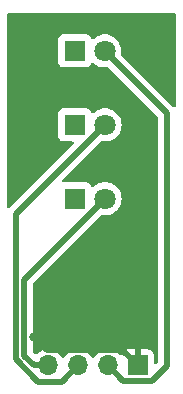
<source format=gbr>
%TF.GenerationSoftware,KiCad,Pcbnew,7.0.9*%
%TF.CreationDate,2024-01-22T13:50:01+01:00*%
%TF.ProjectId,traffic_light_module,74726166-6669-4635-9f6c-696768745f6d,rev?*%
%TF.SameCoordinates,Original*%
%TF.FileFunction,Copper,L2,Bot*%
%TF.FilePolarity,Positive*%
%FSLAX46Y46*%
G04 Gerber Fmt 4.6, Leading zero omitted, Abs format (unit mm)*
G04 Created by KiCad (PCBNEW 7.0.9) date 2024-01-22 13:50:01*
%MOMM*%
%LPD*%
G01*
G04 APERTURE LIST*
%TA.AperFunction,ComponentPad*%
%ADD10R,1.800000X1.800000*%
%TD*%
%TA.AperFunction,ComponentPad*%
%ADD11C,1.800000*%
%TD*%
%TA.AperFunction,ComponentPad*%
%ADD12R,1.700000X1.700000*%
%TD*%
%TA.AperFunction,ComponentPad*%
%ADD13O,1.700000X1.700000*%
%TD*%
%TA.AperFunction,ViaPad*%
%ADD14C,0.800000*%
%TD*%
%TA.AperFunction,Conductor*%
%ADD15C,0.500000*%
%TD*%
G04 APERTURE END LIST*
D10*
%TO.P,D1,1,K*%
%TO.N,Net-(D1-K)*%
X157460000Y-68000000D03*
D11*
%TO.P,D1,2,A*%
%TO.N,RED*%
X160000000Y-68000000D03*
%TD*%
D10*
%TO.P,D2,1,K*%
%TO.N,Net-(D2-K)*%
X157475000Y-74250000D03*
D11*
%TO.P,D2,2,A*%
%TO.N,YELLOW*%
X160015000Y-74250000D03*
%TD*%
D12*
%TO.P,J1,1,Pin_1*%
%TO.N,GND*%
X162800000Y-94625000D03*
D13*
%TO.P,J1,2,Pin_2*%
%TO.N,RED*%
X160260000Y-94625000D03*
%TO.P,J1,3,Pin_3*%
%TO.N,YELLOW*%
X157720000Y-94625000D03*
%TO.P,J1,4,Pin_4*%
%TO.N,GREEN*%
X155180000Y-94625000D03*
%TD*%
D10*
%TO.P,D3,1,K*%
%TO.N,Net-(D3-K)*%
X157475000Y-80500000D03*
D11*
%TO.P,D3,2,A*%
%TO.N,GREEN*%
X160015000Y-80500000D03*
%TD*%
D14*
%TO.N,GND*%
X154000000Y-92250000D03*
%TD*%
D15*
%TO.N,GREEN*%
X153150000Y-93797081D02*
X153977919Y-94625000D01*
X153977919Y-94625000D02*
X155180000Y-94625000D01*
X153150000Y-87365000D02*
X153150000Y-93797081D01*
X160015000Y-80500000D02*
X153150000Y-87365000D01*
%TO.N,GND*%
X155075000Y-93325000D02*
X154000000Y-92250000D01*
X162800000Y-94625000D02*
X161500000Y-93325000D01*
X161500000Y-93325000D02*
X155075000Y-93325000D01*
%TO.N,RED*%
X165250000Y-94675000D02*
X165250000Y-73250000D01*
X160260000Y-94625000D02*
X161560000Y-95925000D01*
X161560000Y-95925000D02*
X164000000Y-95925000D01*
X164000000Y-95925000D02*
X165250000Y-94675000D01*
X165250000Y-73250000D02*
X160000000Y-68000000D01*
%TO.N,YELLOW*%
X152450000Y-94087031D02*
X154362969Y-96000000D01*
X156345000Y-96000000D02*
X157720000Y-94625000D01*
X154362969Y-96000000D02*
X156345000Y-96000000D01*
X152450000Y-81815000D02*
X152450000Y-94087031D01*
X160015000Y-74250000D02*
X152450000Y-81815000D01*
%TD*%
%TA.AperFunction,Conductor*%
%TO.N,GND*%
G36*
X165942539Y-64770185D02*
G01*
X165988294Y-64822989D01*
X165999500Y-64874500D01*
X165999500Y-72637858D01*
X165979815Y-72704897D01*
X165927011Y-72750652D01*
X165857853Y-72760596D01*
X165794297Y-72731571D01*
X165790406Y-72728052D01*
X165772982Y-72711613D01*
X161417069Y-68355701D01*
X161383584Y-68294378D01*
X161384544Y-68237579D01*
X161386134Y-68231305D01*
X161405300Y-68000000D01*
X161405300Y-67999993D01*
X161386135Y-67768702D01*
X161386133Y-67768691D01*
X161329157Y-67543699D01*
X161235924Y-67331151D01*
X161108983Y-67136852D01*
X161108980Y-67136849D01*
X161108979Y-67136847D01*
X160951784Y-66966087D01*
X160951779Y-66966083D01*
X160951777Y-66966081D01*
X160768634Y-66823535D01*
X160768628Y-66823531D01*
X160564504Y-66713064D01*
X160564495Y-66713061D01*
X160344984Y-66637702D01*
X160154450Y-66605908D01*
X160116049Y-66599500D01*
X159883951Y-66599500D01*
X159845550Y-66605908D01*
X159655015Y-66637702D01*
X159435504Y-66713061D01*
X159435495Y-66713064D01*
X159231371Y-66823531D01*
X159231365Y-66823535D01*
X159048222Y-66966081D01*
X159048218Y-66966085D01*
X159039866Y-66975158D01*
X158979979Y-67011148D01*
X158910141Y-67009047D01*
X158852525Y-66969522D01*
X158832455Y-66934507D01*
X158803797Y-66857671D01*
X158803793Y-66857664D01*
X158717547Y-66742455D01*
X158717544Y-66742452D01*
X158602335Y-66656206D01*
X158602328Y-66656202D01*
X158467482Y-66605908D01*
X158467483Y-66605908D01*
X158407883Y-66599501D01*
X158407881Y-66599500D01*
X158407873Y-66599500D01*
X158407864Y-66599500D01*
X156512129Y-66599500D01*
X156512123Y-66599501D01*
X156452516Y-66605908D01*
X156317671Y-66656202D01*
X156317664Y-66656206D01*
X156202455Y-66742452D01*
X156202452Y-66742455D01*
X156116206Y-66857664D01*
X156116202Y-66857671D01*
X156065908Y-66992517D01*
X156059501Y-67052116D01*
X156059500Y-67052135D01*
X156059500Y-68947870D01*
X156059501Y-68947876D01*
X156065908Y-69007483D01*
X156116202Y-69142328D01*
X156116206Y-69142335D01*
X156202452Y-69257544D01*
X156202455Y-69257547D01*
X156317664Y-69343793D01*
X156317671Y-69343797D01*
X156452517Y-69394091D01*
X156452516Y-69394091D01*
X156459444Y-69394835D01*
X156512127Y-69400500D01*
X158407872Y-69400499D01*
X158467483Y-69394091D01*
X158602331Y-69343796D01*
X158717546Y-69257546D01*
X158803796Y-69142331D01*
X158832455Y-69065493D01*
X158874326Y-69009559D01*
X158939790Y-68985141D01*
X159008063Y-68999992D01*
X159039866Y-69024843D01*
X159047302Y-69032920D01*
X159048215Y-69033912D01*
X159048222Y-69033918D01*
X159231365Y-69176464D01*
X159231371Y-69176468D01*
X159231374Y-69176470D01*
X159435497Y-69286936D01*
X159549487Y-69326068D01*
X159655015Y-69362297D01*
X159655017Y-69362297D01*
X159655019Y-69362298D01*
X159883951Y-69400500D01*
X159883952Y-69400500D01*
X160116047Y-69400500D01*
X160116049Y-69400500D01*
X160244274Y-69379102D01*
X160313635Y-69387483D01*
X160352362Y-69413730D01*
X164463181Y-73524548D01*
X164496666Y-73585871D01*
X164499500Y-73612229D01*
X164499500Y-94312770D01*
X164479815Y-94379809D01*
X164463181Y-94400451D01*
X164361681Y-94501951D01*
X164300358Y-94535436D01*
X164230666Y-94530452D01*
X164174733Y-94488580D01*
X164150316Y-94423116D01*
X164150000Y-94414270D01*
X164150000Y-93727172D01*
X164149999Y-93727155D01*
X164143598Y-93667627D01*
X164143596Y-93667620D01*
X164093354Y-93532913D01*
X164093350Y-93532906D01*
X164007190Y-93417812D01*
X164007187Y-93417809D01*
X163892093Y-93331649D01*
X163892086Y-93331645D01*
X163757379Y-93281403D01*
X163757372Y-93281401D01*
X163697844Y-93275000D01*
X163050000Y-93275000D01*
X163050000Y-94189498D01*
X162942315Y-94140320D01*
X162835763Y-94125000D01*
X162764237Y-94125000D01*
X162657685Y-94140320D01*
X162550000Y-94189498D01*
X162550000Y-93275000D01*
X161902155Y-93275000D01*
X161842627Y-93281401D01*
X161842620Y-93281403D01*
X161707913Y-93331645D01*
X161707906Y-93331649D01*
X161592812Y-93417809D01*
X161592809Y-93417812D01*
X161506649Y-93532906D01*
X161506645Y-93532913D01*
X161457578Y-93664470D01*
X161415707Y-93720404D01*
X161350242Y-93744821D01*
X161281969Y-93729969D01*
X161253715Y-93708819D01*
X161197622Y-93652726D01*
X161131401Y-93586505D01*
X161131397Y-93586502D01*
X161131396Y-93586501D01*
X160937834Y-93450967D01*
X160937830Y-93450965D01*
X160937828Y-93450964D01*
X160723663Y-93351097D01*
X160723659Y-93351096D01*
X160723655Y-93351094D01*
X160495413Y-93289938D01*
X160495403Y-93289936D01*
X160260001Y-93269341D01*
X160259999Y-93269341D01*
X160024596Y-93289936D01*
X160024586Y-93289938D01*
X159796344Y-93351094D01*
X159796335Y-93351098D01*
X159582171Y-93450964D01*
X159582169Y-93450965D01*
X159388597Y-93586505D01*
X159221505Y-93753597D01*
X159091575Y-93939158D01*
X159036998Y-93982783D01*
X158967500Y-93989977D01*
X158905145Y-93958454D01*
X158888425Y-93939158D01*
X158758494Y-93753597D01*
X158591402Y-93586506D01*
X158591395Y-93586501D01*
X158397834Y-93450967D01*
X158397830Y-93450965D01*
X158397828Y-93450964D01*
X158183663Y-93351097D01*
X158183659Y-93351096D01*
X158183655Y-93351094D01*
X157955413Y-93289938D01*
X157955403Y-93289936D01*
X157720001Y-93269341D01*
X157719999Y-93269341D01*
X157484596Y-93289936D01*
X157484586Y-93289938D01*
X157256344Y-93351094D01*
X157256335Y-93351098D01*
X157042171Y-93450964D01*
X157042169Y-93450965D01*
X156848597Y-93586505D01*
X156681505Y-93753597D01*
X156551575Y-93939158D01*
X156496998Y-93982783D01*
X156427500Y-93989977D01*
X156365145Y-93958454D01*
X156348425Y-93939158D01*
X156218494Y-93753597D01*
X156051402Y-93586506D01*
X156051395Y-93586501D01*
X155857834Y-93450967D01*
X155857830Y-93450965D01*
X155857828Y-93450964D01*
X155643663Y-93351097D01*
X155643659Y-93351096D01*
X155643655Y-93351094D01*
X155415413Y-93289938D01*
X155415403Y-93289936D01*
X155180001Y-93269341D01*
X155179999Y-93269341D01*
X154944596Y-93289936D01*
X154944586Y-93289938D01*
X154716344Y-93351094D01*
X154716335Y-93351098D01*
X154502171Y-93450964D01*
X154502169Y-93450965D01*
X154308596Y-93586506D01*
X154242374Y-93652727D01*
X154181050Y-93686212D01*
X154111359Y-93681226D01*
X154067013Y-93652726D01*
X153936819Y-93522532D01*
X153903334Y-93461209D01*
X153900500Y-93434851D01*
X153900500Y-87727228D01*
X153920185Y-87660189D01*
X153936814Y-87639552D01*
X159662637Y-81913728D01*
X159723958Y-81880245D01*
X159770721Y-81879102D01*
X159898951Y-81900500D01*
X159898952Y-81900500D01*
X160131048Y-81900500D01*
X160131049Y-81900500D01*
X160359981Y-81862298D01*
X160579503Y-81786936D01*
X160783626Y-81676470D01*
X160966784Y-81533913D01*
X161123979Y-81363153D01*
X161250924Y-81168849D01*
X161344157Y-80956300D01*
X161401134Y-80731305D01*
X161420300Y-80500000D01*
X161420300Y-80499993D01*
X161401135Y-80268702D01*
X161401133Y-80268691D01*
X161344157Y-80043699D01*
X161250924Y-79831151D01*
X161123983Y-79636852D01*
X161123980Y-79636849D01*
X161123979Y-79636847D01*
X160966784Y-79466087D01*
X160966779Y-79466083D01*
X160966777Y-79466081D01*
X160783634Y-79323535D01*
X160783628Y-79323531D01*
X160579504Y-79213064D01*
X160579495Y-79213061D01*
X160359984Y-79137702D01*
X160169450Y-79105908D01*
X160131049Y-79099500D01*
X159898951Y-79099500D01*
X159860550Y-79105908D01*
X159670015Y-79137702D01*
X159450504Y-79213061D01*
X159450495Y-79213064D01*
X159246371Y-79323531D01*
X159246365Y-79323535D01*
X159063222Y-79466081D01*
X159063218Y-79466085D01*
X159054866Y-79475158D01*
X158994979Y-79511148D01*
X158925141Y-79509047D01*
X158867525Y-79469522D01*
X158847455Y-79434507D01*
X158818797Y-79357671D01*
X158818793Y-79357664D01*
X158732547Y-79242455D01*
X158732544Y-79242452D01*
X158617335Y-79156206D01*
X158617328Y-79156202D01*
X158482482Y-79105908D01*
X158482483Y-79105908D01*
X158422883Y-79099501D01*
X158422881Y-79099500D01*
X158422873Y-79099500D01*
X158422865Y-79099500D01*
X156526227Y-79099500D01*
X156459188Y-79079815D01*
X156413433Y-79027011D01*
X156403489Y-78957853D01*
X156432514Y-78894297D01*
X156438525Y-78887840D01*
X159662637Y-75663728D01*
X159723958Y-75630245D01*
X159770721Y-75629102D01*
X159898951Y-75650500D01*
X159898952Y-75650500D01*
X160131048Y-75650500D01*
X160131049Y-75650500D01*
X160359981Y-75612298D01*
X160579503Y-75536936D01*
X160783626Y-75426470D01*
X160966784Y-75283913D01*
X161123979Y-75113153D01*
X161250924Y-74918849D01*
X161344157Y-74706300D01*
X161401134Y-74481305D01*
X161420300Y-74250000D01*
X161420300Y-74249993D01*
X161401135Y-74018702D01*
X161401133Y-74018691D01*
X161344157Y-73793699D01*
X161250924Y-73581151D01*
X161123983Y-73386852D01*
X161123980Y-73386849D01*
X161123979Y-73386847D01*
X160966784Y-73216087D01*
X160966779Y-73216083D01*
X160966777Y-73216081D01*
X160783634Y-73073535D01*
X160783628Y-73073531D01*
X160579504Y-72963064D01*
X160579495Y-72963061D01*
X160359984Y-72887702D01*
X160169450Y-72855908D01*
X160131049Y-72849500D01*
X159898951Y-72849500D01*
X159860550Y-72855908D01*
X159670015Y-72887702D01*
X159450504Y-72963061D01*
X159450495Y-72963064D01*
X159246371Y-73073531D01*
X159246365Y-73073535D01*
X159063222Y-73216081D01*
X159063218Y-73216085D01*
X159054866Y-73225158D01*
X158994979Y-73261148D01*
X158925141Y-73259047D01*
X158867525Y-73219522D01*
X158847455Y-73184507D01*
X158818797Y-73107671D01*
X158818793Y-73107664D01*
X158732547Y-72992455D01*
X158732544Y-72992452D01*
X158617335Y-72906206D01*
X158617328Y-72906202D01*
X158482482Y-72855908D01*
X158482483Y-72855908D01*
X158422883Y-72849501D01*
X158422881Y-72849500D01*
X158422873Y-72849500D01*
X158422864Y-72849500D01*
X156527129Y-72849500D01*
X156527123Y-72849501D01*
X156467516Y-72855908D01*
X156332671Y-72906202D01*
X156332664Y-72906206D01*
X156217455Y-72992452D01*
X156217452Y-72992455D01*
X156131206Y-73107664D01*
X156131202Y-73107671D01*
X156080908Y-73242517D01*
X156074501Y-73302116D01*
X156074500Y-73302135D01*
X156074500Y-75197870D01*
X156074501Y-75197876D01*
X156080908Y-75257483D01*
X156131202Y-75392328D01*
X156131206Y-75392335D01*
X156217452Y-75507544D01*
X156217455Y-75507547D01*
X156332664Y-75593793D01*
X156332671Y-75593797D01*
X156467517Y-75644091D01*
X156467516Y-75644091D01*
X156474444Y-75644835D01*
X156527127Y-75650500D01*
X157253770Y-75650499D01*
X157320809Y-75670183D01*
X157366564Y-75722987D01*
X157376508Y-75792146D01*
X157347483Y-75855702D01*
X157341451Y-75862180D01*
X151964358Y-81239272D01*
X151950733Y-81251048D01*
X151948556Y-81252669D01*
X151883029Y-81276918D01*
X151814795Y-81261892D01*
X151765516Y-81212360D01*
X151750500Y-81153212D01*
X151750500Y-64874500D01*
X151770185Y-64807461D01*
X151822989Y-64761706D01*
X151874500Y-64750500D01*
X165875500Y-64750500D01*
X165942539Y-64770185D01*
G37*
%TD.AperFunction*%
%TD*%
M02*

</source>
